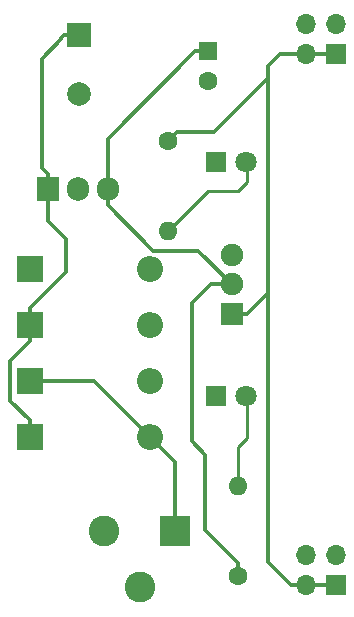
<source format=gtl>
%TF.GenerationSoftware,KiCad,Pcbnew,(6.0.7-1)-1*%
%TF.CreationDate,2022-10-15T22:10:26+02:00*%
%TF.ProjectId,BreadboardPowerSupply_v2,42726561-6462-46f6-9172-64506f776572,2*%
%TF.SameCoordinates,Original*%
%TF.FileFunction,Copper,L1,Top*%
%TF.FilePolarity,Positive*%
%FSLAX46Y46*%
G04 Gerber Fmt 4.6, Leading zero omitted, Abs format (unit mm)*
G04 Created by KiCad (PCBNEW (6.0.7-1)-1) date 2022-10-15 22:10:26*
%MOMM*%
%LPD*%
G01*
G04 APERTURE LIST*
%TA.AperFunction,ComponentPad*%
%ADD10R,2.600000X2.600000*%
%TD*%
%TA.AperFunction,ComponentPad*%
%ADD11C,2.600000*%
%TD*%
%TA.AperFunction,ComponentPad*%
%ADD12R,1.700000X1.700000*%
%TD*%
%TA.AperFunction,ComponentPad*%
%ADD13O,1.700000X1.700000*%
%TD*%
%TA.AperFunction,ComponentPad*%
%ADD14R,1.900000X1.900000*%
%TD*%
%TA.AperFunction,ComponentPad*%
%ADD15C,1.900000*%
%TD*%
%TA.AperFunction,ComponentPad*%
%ADD16R,2.200000X2.200000*%
%TD*%
%TA.AperFunction,ComponentPad*%
%ADD17O,2.200000X2.200000*%
%TD*%
%TA.AperFunction,ComponentPad*%
%ADD18R,1.905000X2.000000*%
%TD*%
%TA.AperFunction,ComponentPad*%
%ADD19O,1.905000X2.000000*%
%TD*%
%TA.AperFunction,ComponentPad*%
%ADD20C,1.600000*%
%TD*%
%TA.AperFunction,ComponentPad*%
%ADD21O,1.600000X1.600000*%
%TD*%
%TA.AperFunction,ComponentPad*%
%ADD22R,1.600000X1.600000*%
%TD*%
%TA.AperFunction,ComponentPad*%
%ADD23R,2.000000X2.000000*%
%TD*%
%TA.AperFunction,ComponentPad*%
%ADD24C,2.000000*%
%TD*%
%TA.AperFunction,ComponentPad*%
%ADD25R,1.800000X1.800000*%
%TD*%
%TA.AperFunction,ComponentPad*%
%ADD26C,1.800000*%
%TD*%
%TA.AperFunction,Conductor*%
%ADD27C,0.300000*%
%TD*%
%TA.AperFunction,Conductor*%
%ADD28C,0.250000*%
%TD*%
G04 APERTURE END LIST*
D10*
%TO.P,J1,1*%
%TO.N,/V1*%
X51435000Y-152654000D03*
D11*
%TO.P,J1,2*%
%TO.N,/V2*%
X45435000Y-152654000D03*
%TO.P,J1,3*%
%TO.N,unconnected-(J1-Pad3)*%
X48435000Y-157354000D03*
%TD*%
D12*
%TO.P,J2,1,Pin_1*%
%TO.N,/Vout2*%
X65024000Y-157226000D03*
D13*
%TO.P,J2,2,Pin_2*%
X62484000Y-157226000D03*
%TO.P,J2,3,Pin_3*%
%TO.N,/V-*%
X65024000Y-154686000D03*
%TO.P,J2,4,Pin_4*%
X62484000Y-154686000D03*
%TD*%
D14*
%TO.P,SW1,1,A*%
%TO.N,/Vout2*%
X56261000Y-134239000D03*
D15*
%TO.P,SW1,2,B*%
%TO.N,/Vout1*%
X56261000Y-131739000D03*
%TO.P,SW1,3,C*%
%TO.N,unconnected-(SW1-Pad3)*%
X56261000Y-129239000D03*
%TD*%
D12*
%TO.P,J3,1,Pin_1*%
%TO.N,/Vout2*%
X65024000Y-112268000D03*
D13*
%TO.P,J3,2,Pin_2*%
X62484000Y-112268000D03*
%TO.P,J3,3,Pin_3*%
%TO.N,/V-*%
X65024000Y-109728000D03*
%TO.P,J3,4,Pin_4*%
X62484000Y-109728000D03*
%TD*%
D16*
%TO.P,D2,1,K*%
%TO.N,/V1*%
X39116000Y-139911666D03*
D17*
%TO.P,D2,2,A*%
%TO.N,/V-*%
X49276000Y-139911666D03*
%TD*%
D18*
%TO.P,U1,1,VI*%
%TO.N,/Vin*%
X40640000Y-123698000D03*
D19*
%TO.P,U1,2,GND*%
%TO.N,/V-*%
X43180000Y-123698000D03*
%TO.P,U1,3,VO*%
%TO.N,/Vout1*%
X45720000Y-123698000D03*
%TD*%
D20*
%TO.P,R2,1*%
%TO.N,/Vout2*%
X50800000Y-119634000D03*
D21*
%TO.P,R2,2*%
%TO.N,Net-(DS6-Pad2)*%
X50800000Y-127254000D03*
%TD*%
D22*
%TO.P,C2,1*%
%TO.N,/Vout1*%
X54229000Y-112014000D03*
D20*
%TO.P,C2,2*%
%TO.N,/V-*%
X54229000Y-114514000D03*
%TD*%
D16*
%TO.P,D3,1,K*%
%TO.N,/Vin*%
X39116000Y-135170333D03*
D17*
%TO.P,D3,2,A*%
%TO.N,/V2*%
X49276000Y-135170333D03*
%TD*%
D16*
%TO.P,D4,1,K*%
%TO.N,/V2*%
X39116000Y-130429000D03*
D17*
%TO.P,D4,2,A*%
%TO.N,/V-*%
X49276000Y-130429000D03*
%TD*%
D16*
%TO.P,D1,1,K*%
%TO.N,/Vin*%
X39116000Y-144653000D03*
D17*
%TO.P,D1,2,A*%
%TO.N,/V1*%
X49276000Y-144653000D03*
%TD*%
D20*
%TO.P,R1,1*%
%TO.N,/Vout1*%
X56769000Y-156464000D03*
D21*
%TO.P,R1,2*%
%TO.N,Net-(DS5-Pad2)*%
X56769000Y-148844000D03*
%TD*%
D23*
%TO.P,C1,1*%
%TO.N,/Vin*%
X43307000Y-110617000D03*
D24*
%TO.P,C1,2*%
%TO.N,/V-*%
X43307000Y-115617000D03*
%TD*%
D25*
%TO.P,DS5,1,K*%
%TO.N,/V-*%
X54864000Y-141224000D03*
D26*
%TO.P,DS5,2,A*%
%TO.N,Net-(DS5-Pad2)*%
X57404000Y-141224000D03*
%TD*%
D25*
%TO.P,DS6,1,K*%
%TO.N,/V-*%
X54864000Y-121412000D03*
D26*
%TO.P,DS6,2,A*%
%TO.N,Net-(DS6-Pad2)*%
X57404000Y-121412000D03*
%TD*%
D27*
%TO.N,/Vin*%
X42164000Y-127889000D02*
X40640000Y-126365000D01*
X40132000Y-112649000D02*
X41783000Y-110998000D01*
X39116000Y-135170333D02*
X39116000Y-133770333D01*
X41783000Y-110841000D02*
X42007000Y-110617000D01*
X40640000Y-123698000D02*
X40640000Y-122398000D01*
X37482010Y-138204323D02*
X37482010Y-141619010D01*
X40640000Y-122398000D02*
X40132000Y-121890000D01*
X40132000Y-121890000D02*
X40132000Y-112649000D01*
X42007000Y-110617000D02*
X43307000Y-110617000D01*
X39116000Y-136570333D02*
X37482010Y-138204323D01*
X42164000Y-130722333D02*
X42164000Y-127889000D01*
X39116000Y-143253000D02*
X39116000Y-144653000D01*
X37482010Y-141619010D02*
X39116000Y-143253000D01*
X39116000Y-135170333D02*
X39116000Y-136570333D01*
X40640000Y-126365000D02*
X40640000Y-123698000D01*
X39116000Y-133770333D02*
X42164000Y-130722333D01*
X41783000Y-110998000D02*
X41783000Y-110841000D01*
%TO.N,/V1*%
X51435000Y-146812000D02*
X49276000Y-144653000D01*
X44534666Y-139911666D02*
X39116000Y-139911666D01*
X49276000Y-144653000D02*
X44534666Y-139911666D01*
X51435000Y-152654000D02*
X51435000Y-146812000D01*
%TO.N,/Vout2*%
X59309000Y-132441000D02*
X59309000Y-114300000D01*
X56261000Y-134239000D02*
X57511000Y-134239000D01*
X65024000Y-157226000D02*
X62484000Y-157226000D01*
X51599999Y-118834001D02*
X54774999Y-118834001D01*
X62484000Y-112268000D02*
X65024000Y-112268000D01*
X54774999Y-118834001D02*
X59309000Y-114300000D01*
X50800000Y-119634000D02*
X51599999Y-118834001D01*
X62484000Y-157226000D02*
X61281919Y-157226000D01*
X61281919Y-157226000D02*
X59309000Y-155253081D01*
X59309000Y-113284000D02*
X60325000Y-112268000D01*
X57511000Y-134239000D02*
X59309000Y-132441000D01*
X59309000Y-155253081D02*
X59309000Y-132441000D01*
X59309000Y-114300000D02*
X59309000Y-113284000D01*
X60325000Y-112268000D02*
X62484000Y-112268000D01*
%TO.N,/Vout1*%
X45720000Y-119423000D02*
X45720000Y-122398000D01*
X49600999Y-128878999D02*
X45720000Y-124998000D01*
X53129000Y-112014000D02*
X45720000Y-119423000D01*
X53975000Y-152538630D02*
X53975000Y-146177000D01*
X52832000Y-133350000D02*
X54443000Y-131739000D01*
X54443000Y-131739000D02*
X56261000Y-131739000D01*
X52832000Y-145034000D02*
X52832000Y-133350000D01*
X56261000Y-131739000D02*
X53400999Y-128878999D01*
X56769000Y-156464000D02*
X56769000Y-155332630D01*
X53975000Y-146177000D02*
X52832000Y-145034000D01*
X45720000Y-122398000D02*
X45720000Y-123698000D01*
X54229000Y-112014000D02*
X53129000Y-112014000D01*
X56769000Y-155332630D02*
X53975000Y-152538630D01*
X45720000Y-124998000D02*
X45720000Y-123698000D01*
X53400999Y-128878999D02*
X49600999Y-128878999D01*
D28*
%TO.N,Net-(DS5-Pad2)*%
X57531000Y-144780000D02*
X57531000Y-141986000D01*
X56769000Y-148844000D02*
X56769000Y-145542000D01*
X56769000Y-145542000D02*
X57531000Y-144780000D01*
%TO.N,Net-(DS6-Pad2)*%
X56769000Y-123827792D02*
X54226208Y-123827792D01*
X57531000Y-123065792D02*
X56769000Y-123827792D01*
X57531000Y-121793000D02*
X57531000Y-123065792D01*
X54226208Y-123827792D02*
X50800000Y-127254000D01*
%TD*%
M02*

</source>
